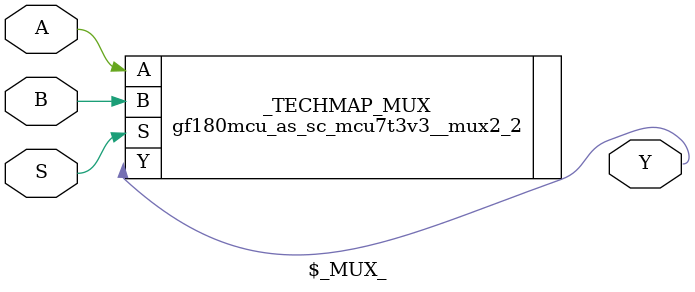
<source format=v>
module \$_MUX_ (
    output Y,
    input A,
    input B,
    input S
    );
  gf180mcu_as_sc_mcu7t3v3__mux2_2 _TECHMAP_MUX (
      .Y(Y),
      .A(A),
      .B(B),
      .S(S)
  );
endmodule

</source>
